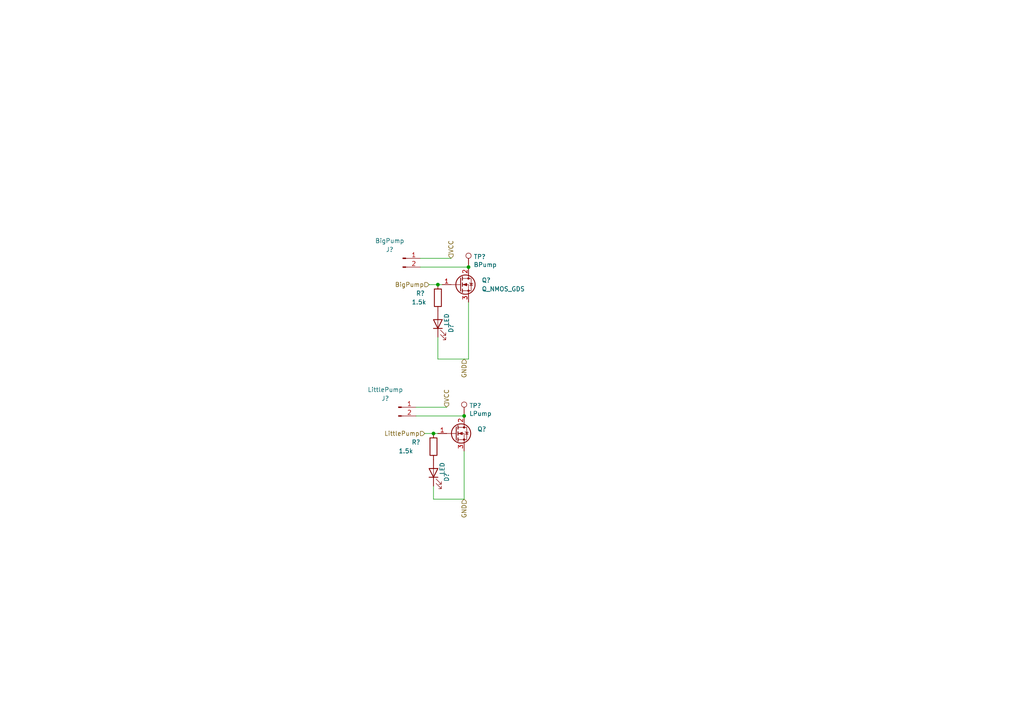
<source format=kicad_sch>
(kicad_sch (version 20211123) (generator eeschema)
  (paper "A4")
  (lib_symbols
    (symbol "Connector:Conn_01x02_Male" (pin_names (offset 1.016) hide)
      (property "Reference" "J" (at 0 2.54 0))
      (property "Value" "Conn_01x02_Male" (at 0 -5.08 0))
      (symbol "Conn_01x02_Male_1_1"
        (polyline (pts (xy 1.27 -2.54) (xy 0.8636 -2.54)) (stroke (width 0.1524)))
        (polyline (pts (xy 1.27 0) (xy 0.8636 0)) (stroke (width 0.1524)))
        (rectangle (start 0.8636 -2.413) (end 0 -2.667) (stroke (width 0.1524)) (fill (type outline)))
        (rectangle (start 0.8636 0.127) (end 0 -0.127) (stroke (width 0.1524)) (fill (type outline)))
        (pin passive line (at 5.08 0 180) (length 3.81) (name "Pin_1") (number "1"))
        (pin passive line (at 5.08 -2.54 180) (length 3.81) (name "Pin_2") (number "2"))
      )
    )
    (symbol "Connector:TestPoint" (pin_numbers hide) (pin_names (offset 0.762) hide)
      (property "Reference" "TP" (at 0 6.858 0))
      (property "Value" "TestPoint" (at 0 5.08 0))
      (symbol "TestPoint_0_1"
        (circle (center 0 3.302) (radius 0.762))
      )
      (symbol "TestPoint_1_1"
        (pin passive line (at 0 0 90) (length 2.54) (name "1") (number "1"))
      )
    )
    (symbol "Device:LED" (pin_numbers hide) (pin_names (offset 1.016) hide)
      (property "Reference" "D" (at 0 2.54 0))
      (property "Value" "LED" (at 0 -2.54 0))
      (symbol "LED_0_1"
        (polyline (pts (xy -1.27 -1.27) (xy -1.27 1.27)) (stroke (width 0.254)))
        (polyline (pts (xy -1.27 0) (xy 1.27 0)))
        (polyline (pts (xy 1.27 -1.27) (xy 1.27 1.27) (xy -1.27 0) (xy 1.27 -1.27)) (stroke (width 0.254)))
        (polyline (pts (xy -3.048 -0.762) (xy -4.572 -2.286) (xy -3.81 -2.286) (xy -4.572 -2.286) (xy -4.572 -1.524)))
        (polyline (pts (xy -1.778 -0.762) (xy -3.302 -2.286) (xy -2.54 -2.286) (xy -3.302 -2.286) (xy -3.302 -1.524)))
      )
      (symbol "LED_1_1"
        (pin passive line (at -3.81 0 0) (length 2.54) (name "K") (number "1"))
        (pin passive line (at 3.81 0 180) (length 2.54) (name "A") (number "2"))
      )
    )
    (symbol "Device:Q_NMOS_GDS" (pin_names (offset 0) hide)
      (property "Reference" "Q" (at 5.08 1.27 0))
      (property "Value" "Q_NMOS_GDS" (at 5.08 -1.27 0))
      (symbol "Q_NMOS_GDS_0_1"
        (polyline (pts (xy 0.254 0) (xy -2.54 0)))
        (polyline (pts (xy 0.254 1.905) (xy 0.254 -1.905)) (stroke (width 0.254)))
        (polyline (pts (xy 0.762 -1.27) (xy 0.762 -2.286)) (stroke (width 0.254)))
        (polyline (pts (xy 0.762 0.508) (xy 0.762 -0.508)) (stroke (width 0.254)))
        (polyline (pts (xy 0.762 2.286) (xy 0.762 1.27)) (stroke (width 0.254)))
        (polyline (pts (xy 2.54 2.54) (xy 2.54 1.778)))
        (polyline (pts (xy 2.54 -2.54) (xy 2.54 0) (xy 0.762 0)))
        (polyline (pts (xy 0.762 -1.778) (xy 3.302 -1.778) (xy 3.302 1.778) (xy 0.762 1.778)))
        (polyline (pts (xy 1.016 0) (xy 2.032 0.381) (xy 2.032 -0.381) (xy 1.016 0)) (fill (type outline)))
        (polyline (pts (xy 2.794 0.508) (xy 2.921 0.381) (xy 3.683 0.381) (xy 3.81 0.254)))
        (polyline (pts (xy 3.302 0.381) (xy 2.921 -0.254) (xy 3.683 -0.254) (xy 3.302 0.381)))
        (circle (center 1.651 0) (radius 2.794) (stroke (width 0.254)))
        (circle (center 2.54 -1.778) (radius 0.254) (fill (type outline)))
        (circle (center 2.54 1.778) (radius 0.254) (fill (type outline)))
      )
      (symbol "Q_NMOS_GDS_1_1"
        (pin input line (at -5.08 0 0) (length 2.54) (name "G") (number "1"))
        (pin passive line (at 2.54 5.08 270) (length 2.54) (name "D") (number "2"))
        (pin passive line (at 2.54 -5.08 90) (length 2.54) (name "S") (number "3"))
      )
    )
    (symbol "Device:R" (pin_numbers hide) (pin_names (offset 0))
      (property "Reference" "R" (at 2.032 0 90))
      (property "Value" "R" (at 0 0 90))
      (symbol "R_0_1"
        (rectangle (start -1.016 -2.54) (end 1.016 2.54) (stroke (width 0.254)))
      )
      (symbol "R_1_1"
        (pin passive line (at 0 3.81 270) (length 1.27) (name "~") (number "1"))
        (pin passive line (at 0 -3.81 90) (length 1.27) (name "~") (number "2"))
      )
    )
  )
  (junction (at 125.73 125.73))
  (junction (at 127 82.55))
  (junction (at 135.89 77.47))
  (junction (at 134.62 120.65))
  (wire (pts (xy 127 104.14) (xy 135.89 104.14)))
  (wire (pts (xy 125.73 144.78) (xy 134.62 144.78)))
  (wire (pts (xy 121.92 74.93) (xy 130.81 74.93)))
  (wire (pts (xy 127 97.79) (xy 127 104.14)))
  (wire (pts (xy 120.65 118.11) (xy 129.54 118.11)))
  (wire (pts (xy 125.73 140.97) (xy 125.73 144.78)))
  (wire (pts (xy 125.73 125.73) (xy 127 125.73)))
  (wire (pts (xy 127 82.55) (xy 128.27 82.55)))
  (wire (pts (xy 123.19 125.73) (xy 125.73 125.73)))
  (wire (pts (xy 124.46 82.55) (xy 127 82.55)))
  (wire (pts (xy 121.92 77.47) (xy 135.89 77.47)))
  (wire (pts (xy 120.65 120.65) (xy 134.62 120.65)))
  (wire (pts (xy 134.62 130.81) (xy 134.62 144.78)))
  (wire (pts (xy 135.89 87.63) (xy 135.89 104.14)))
  (hierarchical_label "GND" (shape input) (at 134.62 104.14 270))
  (hierarchical_label "VCC" (shape input) (at 129.54 118.11 90))
  (hierarchical_label "GND" (shape input) (at 134.62 144.78 270))
  (hierarchical_label "LittlePump" (shape input) (at 123.19 125.73 180))
  (hierarchical_label "VCC" (shape input) (at 130.81 74.93 90))
  (hierarchical_label "BigPump" (shape input) (at 124.46 82.55 180))
  (symbol (lib_id "Device:R") (at 125.73 129.54 180) (unit 1)
    (property "Reference" "R?" (at 119.38 128.27 0) (effects (justify right)))
    (property "Value" "1.5k" (at 115.57 130.81 0) (effects (justify right)))
    (property "Footprint" "Resistor_SMD:R_0603_1608Metric" (effects hide))
    (property "Datasheet" "https://www.te.com/commerce/DocumentDelivery/DDEController?Action=srchrtrv&DocNm=1773204&DocType=DS&DocLang=English" (effects hide))
    (property "DigikeyPN" "A121524CT-ND" (effects hide))
    (property "DK_Detail_Page" "https://www.digikey.ca/en/products/detail/te-connectivity-passive-product/CRG0603F1K5/2380739" (effects hide))
  )
  (symbol (lib_id "Device:Q_NMOS_GDS") (at 132.08 125.73 0) (unit 1)
    (property "Reference" "Q?" (at 138.43 124.4599 0) (effects (justify left)))
    (property "Datasheet" "https://www.diodes.com/assets/Datasheets/ZXMN3A01Z.pdf" (effects hide))
    (property "DigikeyPN" "DMN2004WKDICT-ND" (effects hide))
  )
  (symbol (lib_id "Device:R") (at 127 86.36 180) (unit 1)
    (property "Reference" "R?" (at 120.65 85.09 0) (effects (justify right)))
    (property "Value" "1.5k" (at 119.38 87.63 0) (effects (justify right)))
    (property "Footprint" "Resistor_SMD:R_0603_1608Metric" (effects hide))
    (property "Datasheet" "https://www.te.com/commerce/DocumentDelivery/DDEController?Action=srchrtrv&DocNm=1773204&DocType=DS&DocLang=English" (effects hide))
    (property "DigikeyPN" "A121524CT-ND" (effects hide))
    (property "DK_Detail_Page" "https://www.digikey.ca/en/products/detail/te-connectivity-passive-product/CRG0603F1K5/2380739" (effects hide))
  )
  (symbol (lib_id "Device:Q_NMOS_GDS") (at 133.35 82.55 0) (unit 1)
    (property "Reference" "Q?" (at 139.7 81.2799 0) (effects (justify left)))
    (property "Value" "Q_NMOS_GDS" (at 139.7 83.8199 0) (effects (justify left)))
    (property "Datasheet" "https://www.diodes.com/assets/Datasheets/ZXMN3A01Z.pdf" (effects hide))
    (property "DigikeyPN" "DMN2004WKDICT-ND" (effects hide))
  )
  (symbol (lib_id "Device:LED") (at 127 93.98 90) (unit 1)
    (property "Reference" "D?" (at 130.81 95.25 0))
    (property "Value" "LED" (at 129.54 92.71 0))
    (property "Footprint" "LED_SMD:LED_0603_1608Metric" (effects hide))
    (property "Datasheet" "https://fscdn.rohm.com/en/products/databook/datasheet/opto/led/chip_mono/sml-d12w8w(a)-e.pdf" (effects hide))
    (property "DigikeyPN" "SML-D12W8WT86ACT-ND" (effects hide))
  )
  (symbol (lib_id "Connector:TestPoint") (at 135.89 77.47 0) (unit 1)
    (property "Reference" "TP?" (at 137.3632 74.4728 0) (effects (justify left)))
    (property "Value" "BPump" (at 137.3632 76.7842 0) (effects (justify left)))
    (property "Footprint" "Connector_PinSocket_2.54mm:PinSocket_1x01_P2.54mm_Vertical" (effects hide))
  )
  (symbol (lib_id "Connector:TestPoint") (at 134.62 120.65 0) (unit 1)
    (property "Reference" "TP?" (at 136.0932 117.6528 0) (effects (justify left)))
    (property "Value" "LPump" (at 136.0932 119.9642 0) (effects (justify left)))
    (property "Footprint" "Connector_PinSocket_2.54mm:PinSocket_1x01_P2.54mm_Vertical" (effects hide))
  )
  (symbol (lib_id "Connector:Conn_01x02_Male") (at 116.84 74.93 0) (unit 1)
    (property "Reference" "J?" (at 113.03 72.39 0))
    (property "Value" "BigPump" (at 113.03 69.85 0))
    (property "Footprint" "Connector_Molex:Molex_Mini-Fit_Jr_5569-02A2_2x01_P4.20mm_Horizontal" (effects hide))
    (property "Datasheet" "https://www.molex.com/pdm_docs/ps/PS-5556-001.pdf" (effects hide))
    (property "DigikeyPN" "0050361758-ND" (effects hide))
  )
  (symbol (lib_id "Device:LED") (at 125.73 137.16 90) (unit 1)
    (property "Reference" "D?" (at 129.54 138.43 0))
    (property "Value" "LED" (at 128.27 135.89 0))
    (property "Footprint" "LED_SMD:LED_0603_1608Metric" (effects hide))
    (property "Datasheet" "https://fscdn.rohm.com/en/products/databook/datasheet/opto/led/chip_mono/sml-d12w8w(a)-e.pdf" (effects hide))
    (property "DigikeyPN" "SML-D12W8WT86ACT-ND" (effects hide))
  )
  (symbol (lib_id "Connector:Conn_01x02_Male") (at 115.57 118.11 0) (unit 1)
    (property "Reference" "J?" (at 111.76 115.57 0))
    (property "Value" "LittlePump" (at 111.76 113.03 0))
    (property "Footprint" "Connector_Molex:Molex_Mini-Fit_Jr_5569-02A2_2x01_P4.20mm_Horizontal" (effects hide))
    (property "Datasheet" "https://www.molex.com/pdm_docs/ps/PS-5556-001.pdf" (effects hide))
    (property "DigikeyPN" "0050361758-ND" (effects hide))
  )
)
</source>
